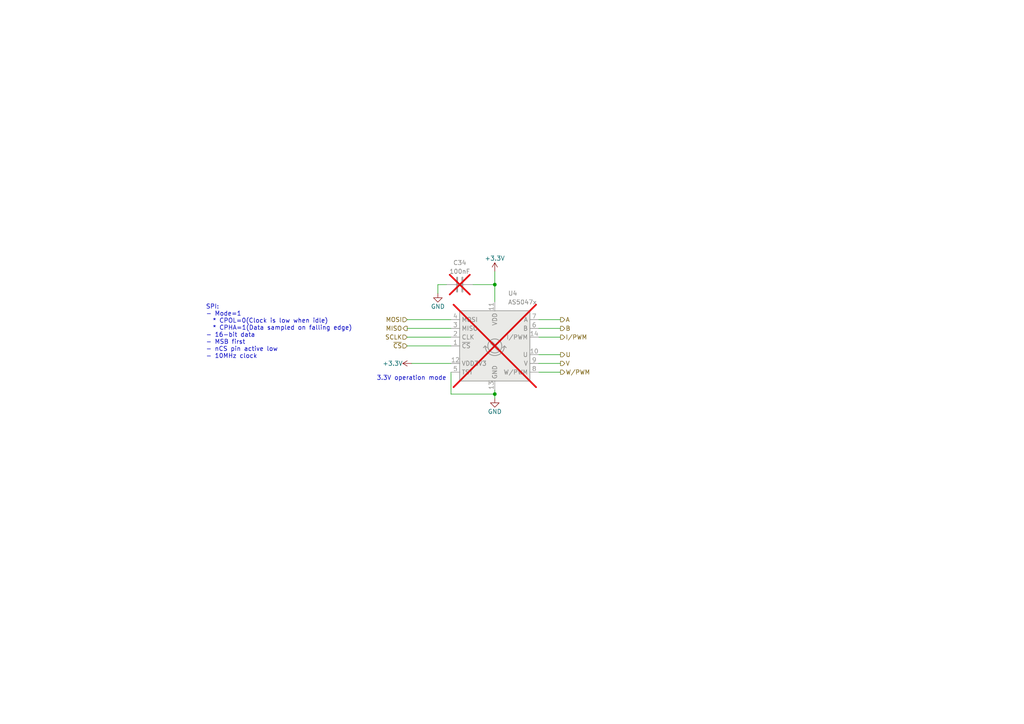
<source format=kicad_sch>
(kicad_sch (version 20250114) (generator "eeschema") (generator_version "9.0")
  (paper "A4")
  (lib_symbols
    (symbol "Device:C" (pin_numbers (hide yes)) (pin_names (offset 0.254))
      (property "Reference" "C" (at 0.635 2.54 0))
      (property "Value" "C" (at 0.635 -2.54 0))
      (symbol "C_0_1"
        (polyline (pts (xy -2.032 0.762) (xy 2.032 0.762)) (stroke (width 0.508)))
        (polyline (pts (xy -2.032 -0.762) (xy 2.032 -0.762)) (stroke (width 0.508)))
      )
      (symbol "C_1_1"
        (pin passive line (at 0 3.81 270) (length 2.794) (name "~") (number "1"))
        (pin passive line (at 0 -3.81 90) (length 2.794) (name "~") (number "2"))
      )
    )
    (symbol "Sensor_Magnetic:AS5047D"
      (property "Reference" "U" (at -8.89 11.43 0))
      (property "Value" "AS5047D" (at 5.08 11.43 0))
      (symbol "AS5047D_1_1"
        (rectangle (start -10.16 10.16) (end 10.16 -10.16) (stroke (width 0.254)) (fill (type background)))
        (polyline (pts (xy -2.794 0) (xy -3.302 -0.508)) (stroke (width 0.254)))
        (polyline (pts (xy -2.794 0) (xy -2.286 -0.508)) (stroke (width 0.254)))
        (polyline (pts (xy -0.762 1.27) (xy 0.254 0.254) (xy -0.254 -0.254) (xy -1.27 0.762) (xy -1.016 1.016) (xy -0.762 1.27) (xy -0.635 1.143)) (fill (type outline)))
        (arc (start 2.794 0) (mid 0 -2.7819) (end -2.794 0) (stroke (width 0.254)))
        (circle (center 0 0) (radius 2.032) (stroke (width 0.254)))
        (polyline (pts (xy 0.254 0.254) (xy 1.27 -0.762) (xy 0.762 -1.27) (xy -0.254 -0.254)))
        (polyline (pts (xy 2.794 0) (xy 2.286 -0.508)) (stroke (width 0.254)))
        (polyline (pts (xy 2.794 0) (xy 3.302 -0.508)) (stroke (width 0.254)))
        (pin input line (at -12.7 7.62 0) (length 2.54) (name "MOSI") (number "4"))
        (pin output line (at -12.7 5.08 0) (length 2.54) (name "MISO") (number "3"))
        (pin input line (at -12.7 2.54 0) (length 2.54) (name "CLK") (number "2"))
        (pin input line (at -12.7 0 0) (length 2.54) (name "~{CS}") (number "1"))
        (pin power_out line (at -12.7 -5.08 0) (length 2.54) (name "VDD3V3") (number "12"))
        (pin input line (at -12.7 -7.62 0) (length 2.54) (name "TST") (number "5"))
        (pin power_in line (at 0 12.7 270) (length 2.54) (name "VDD") (number "11"))
        (pin power_in line (at 0 -12.7 90) (length 2.54) (name "GND") (number "13"))
        (pin output line (at 12.7 7.62 180) (length 2.54) (name "A") (number "7"))
        (pin output line (at 12.7 5.08 180) (length 2.54) (name "B") (number "6"))
        (pin output line (at 12.7 2.54 180) (length 2.54) (name "I/PWM") (number "14"))
        (pin output line (at 12.7 -2.54 180) (length 2.54) (name "U") (number "10"))
        (pin output line (at 12.7 -5.08 180) (length 2.54) (name "V") (number "9"))
        (pin output line (at 12.7 -7.62 180) (length 2.54) (name "W/PWM") (number "8"))
      )
    )
    (symbol "power:+3.3V" (power) (pin_names (offset 0))
      (property "Value" "+3.3V" (at 0 3.556 0))
      (symbol "+3.3V_0_1"
        (polyline (pts (xy -0.762 1.27) (xy 0 2.54)))
        (polyline (pts (xy 0 2.54) (xy 0.762 1.27)))
        (polyline (pts (xy 0 0) (xy 0 2.54)))
      )
      (symbol "+3.3V_1_1"
        (pin power_in line (at 0 0 90) (length 0) (hide yes) (name "+3.3V") (number "1"))
      )
    )
    (symbol "power:GND" (power) (pin_names (offset 0))
      (property "Value" "GND" (at 0 -3.81 0))
      (symbol "GND_0_1"
        (polyline (pts (xy 0 0) (xy 0 -1.27) (xy 1.27 -1.27) (xy 0 -2.54) (xy -1.27 -1.27) (xy 0 -1.27)))
      )
      (symbol "GND_1_1"
        (pin power_in line (at 0 0 270) (length 0) (hide yes) (name "GND") (number "1"))
      )
    )
  )
  (text "SPI:\n- Mode=1\n  * CPOL=0(Clock is low when idle)\n  * CPHA=1(Data sampled on falling edge)\n- 16-bit data\n- MSB first\n- nCS pin active low\n- 10MHz clock" (at 59.69 104.14 0) (effects (font (size 1.27 1.27)) (justify left bottom)))
  (text "3.3V operation mode" (at 109.22 110.49 0) (effects (font (size 1.27 1.27)) (justify left bottom)))
  (junction (at 143.51 82.55))
  (junction (at 143.51 114.3))
  (wire (pts (xy 156.21 97.79) (xy 162.56 97.79)))
  (wire (pts (xy 156.21 92.71) (xy 162.56 92.71)))
  (wire (pts (xy 130.81 107.95) (xy 130.81 114.3)))
  (wire (pts (xy 156.21 107.95) (xy 162.56 107.95)))
  (wire (pts (xy 118.11 97.79) (xy 130.81 97.79)))
  (wire (pts (xy 137.16 82.55) (xy 143.51 82.55)))
  (wire (pts (xy 156.21 102.87) (xy 162.56 102.87)))
  (wire (pts (xy 118.11 95.25) (xy 130.81 95.25)))
  (wire (pts (xy 118.11 100.33) (xy 130.81 100.33)))
  (wire (pts (xy 143.51 78.74) (xy 143.51 82.55)))
  (wire (pts (xy 130.81 114.3) (xy 143.51 114.3)))
  (wire (pts (xy 156.21 95.25) (xy 162.56 95.25)))
  (wire (pts (xy 119.38 105.41) (xy 130.81 105.41)))
  (wire (pts (xy 156.21 105.41) (xy 162.56 105.41)))
  (wire (pts (xy 127 82.55) (xy 127 85.09)))
  (wire (pts (xy 118.11 92.71) (xy 130.81 92.71)))
  (wire (pts (xy 143.51 115.57) (xy 143.51 114.3)))
  (wire (pts (xy 129.54 82.55) (xy 127 82.55)))
  (wire (pts (xy 143.51 114.3) (xy 143.51 113.03)))
  (wire (pts (xy 143.51 82.55) (xy 143.51 87.63)))
  (hierarchical_label "W{slash}PWM" (shape output) (at 162.56 107.95 0))
  (hierarchical_label "~{CS}" (shape input) (at 118.11 100.33 180))
  (hierarchical_label "A" (shape output) (at 162.56 92.71 0))
  (hierarchical_label "V" (shape output) (at 162.56 105.41 0))
  (hierarchical_label "B" (shape output) (at 162.56 95.25 0))
  (hierarchical_label "MISO" (shape output) (at 118.11 95.25 180))
  (hierarchical_label "MOSI" (shape input) (at 118.11 92.71 180))
  (hierarchical_label "I{slash}PWM" (shape output) (at 162.56 97.79 0))
  (hierarchical_label "U" (shape output) (at 162.56 102.87 0))
  (hierarchical_label "SCLK" (shape input) (at 118.11 97.79 180))
  (symbol (lib_id "Sensor_Magnetic:AS5047D") (at 143.51 100.33 0) (unit 1) (in_bom no) (dnp yes)
    (property "Reference" "U4" (at 147.32 85.09 0) (effects (justify left)))
    (property "Value" "AS5047x" (at 147.32 87.63 0) (effects (justify left)))
    (property "Footprint" "Package_SO:TSSOP-14_4.4x5mm_P0.65mm" (effects (hide yes)))
    (property "Datasheet" "https://ams.com/documents/20143/36005/AS5047D_DS000394_2-00.pdf" (effects (hide yes)))
    (property "MFR. Part#" "AS5047P-ATSM" (effects (hide yes)))
    (property "LCSC Part #" "C962063" (effects (hide yes)))
    (instances (project "moco-oi401" (path "" (reference "U4") (unit 1))) (project "moco-od501" (path "" (reference "U?") (unit 1))))
  )
  (symbol (lib_id "power:GND") (at 127 85.09 0) (unit 1)
    (property "Reference" "#PWR037" (effects (hide yes)))
    (property "Value" "GND" (at 127 88.9 0))
    (instances (project "moco-oi401" (path "" (reference "#PWR037") (unit 1))) (project "moco-od501" (path "" (reference "#PWR?") (unit 1))))
  )
  (symbol (lib_id "Device:C") (at 133.35 82.55 90) (unit 1) (in_bom no) (dnp yes)
    (property "Reference" "C34" (at 133.35 76.2 90))
    (property "Value" "100nF" (at 133.35 78.74 90))
    (property "Footprint" "Capacitor_SMD:C_0603_1608Metric_Pad1.08x0.95mm_HandSolder" (effects (hide yes)))
    (property "MFR. Part#" "CC0603KRX7R9BB104" (effects (hide yes)))
    (property "LCSC Part #" "C14663" (effects (hide yes)))
  )
  (symbol (lib_id "power:GND") (at 143.51 115.57 0) (unit 1)
    (property "Reference" "#PWR039" (effects (hide yes)))
    (property "Value" "GND" (at 143.51 119.38 0))
    (instances (project "moco-oi401" (path "" (reference "#PWR039") (unit 1))) (project "moco-od501" (path "" (reference "#PWR?") (unit 1))))
  )
  (symbol (lib_id "power:+3.3V") (at 119.38 105.41 90) (unit 1)
    (property "Reference" "#PWR036" (effects (hide yes)))
    (property "Value" "+3.3V" (at 116.84 105.41 90) (effects (justify left)))
    (instances (project "moco-oi401" (path "" (reference "#PWR036") (unit 1))) (project "moco-od501" (path "" (reference "#PWR?") (unit 1))))
  )
  (symbol (lib_id "power:+3.3V") (at 143.51 78.74 0) (unit 1)
    (property "Reference" "#PWR038" (effects (hide yes)))
    (property "Value" "+3.3V" (at 143.51 74.93 0))
    (instances (project "moco-oi401" (path "" (reference "#PWR038") (unit 1))) (project "moco-od501" (path "" (reference "#PWR?") (unit 1))))
  )
)
</source>
